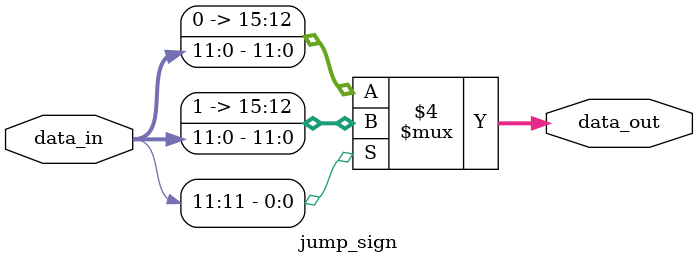
<source format=v>
`timescale 1ns / 1ps
module jump_sign(
    input [11:0] data_in,
    output reg [15:0] data_out
    );
	 
	 
	always @ (data_in) begin
		if(data_in[11] == 0) begin
			data_out <= {4'b0000,data_in};		// Stuff 0 is MSB is zero
			end
			else begin 
				data_out <= {4'b1111,data_in};	// Stuff 1 is MSB is one
			end
	end	 
	 


endmodule

</source>
